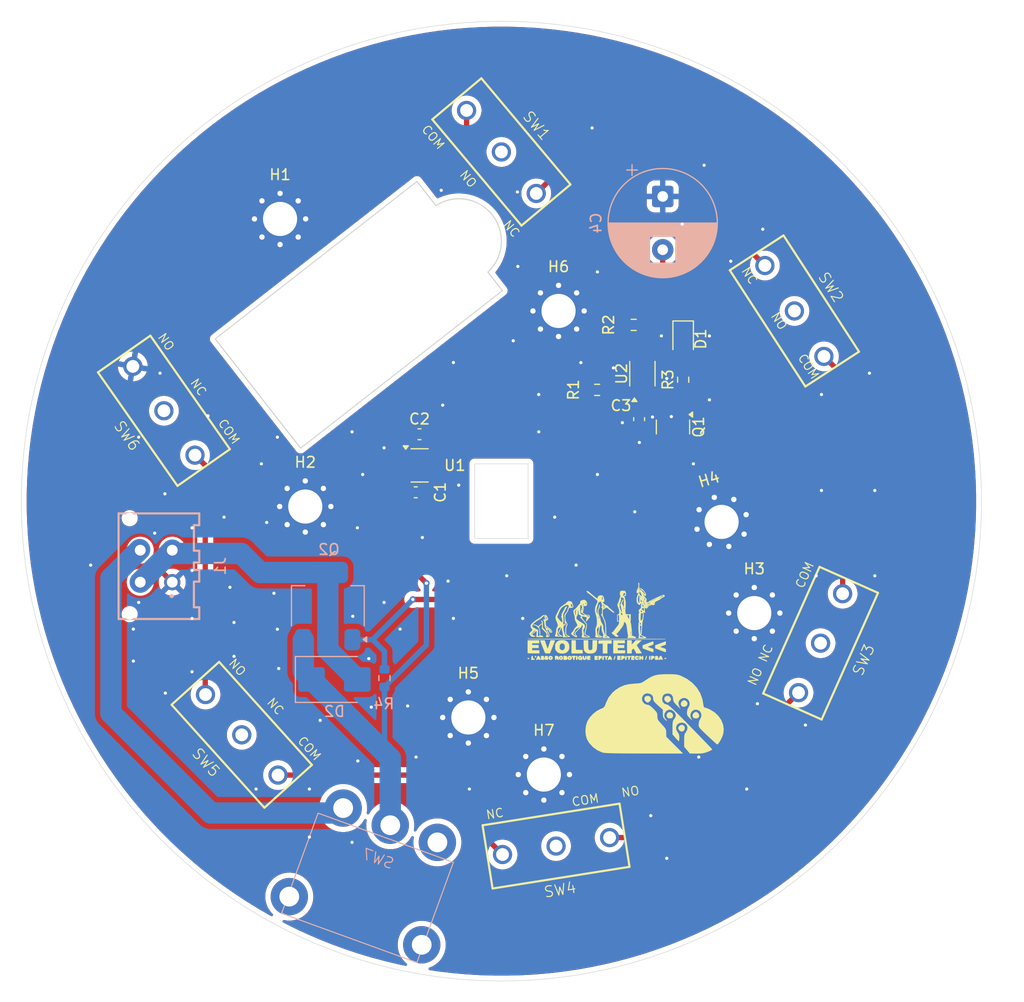
<source format=kicad_pcb>
(kicad_pcb (version 20241229) (generator "pcbnew") (generator_version "9.0")
  (layers (0 "F.Cu" signal) (2 "B.Cu" signal) (13 "F.Paste" user) (15 "B.Paste" user) (5 "F.SilkS" user "F.Silkscreen") (7 "B.SilkS" user "B.Silkscreen") (1 "F.Mask" user) (3 "B.Mask" user) (25 "Edge.Cuts" user))
  (net 0 "")
  (net 1 "Net-(D1-A)")
  (net 2 "GND")
  (net 3 "VPP")
  (net 5 "Net-(U2-~{CLR})")
  (net 6 "+3.3V")
  (net 7 "+BATT")
  (net 8 "Net-(J1-Pin_4)")
  (net 9 "Net-(Q1-G)")
  (net 10 "Net-(Q1-D)")
  (net 11 "/AU")
  (net 13 "Net-(SW1-C-Pad3)")
  (net 15 "Net-(SW2-C-Pad3)")
  (net 16 "Net-(SW3-C-Pad3)")
  (net 18 "Net-(SW4-C-Pad3)")
  (net 21 "Net-(SW5-C-Pad3)")
  (footprint "Package_SO:VSSOP-8_2.3x2mm_P0.5mm" (layer "F.Cu") (at 153.216 88.044 90)
    (property "Reference" "U2" (at 0 -1.95 90) (layer "F.SilkS"))
    (property "Value" "SN74LVC2G74")
    (pad "1" smd roundrect (at -1.4 -0.75 90) (size 1.25 0.35) (layers "F.Cu" "F.Mask" "F.Paste") (net 11 "/AU"))
    (pad "2" smd roundrect (at -1.4 -0.25 90) (size 1.25 0.35) (layers "F.Cu" "F.Mask" "F.Paste") (net 6 "+3.3V"))
    (pad "3" smd roundrect (at -1.4 0.25 90) (size 1.25 0.35) (layers "F.Cu" "F.Mask" "F.Paste") (net 9 "Net-(Q1-G)"))
    (pad "4" smd roundrect (at -1.4 0.75 90) (size 1.25 0.35) (layers "F.Cu" "F.Mask" "F.Paste") (net 2 "GND"))
    (pad "5" smd roundrect (at 1.4 0.75 90) (size 1.25 0.35) (layers "F.Cu" "F.Mask" "F.Paste"))
    (pad "6" smd roundrect (at 1.4 0.25 90) (size 1.25 0.35) (layers "F.Cu" "F.Mask" "F.Paste") (net 5 "Net-(U2-~{CLR})"))
    (pad "7" smd roundrect (at 1.4 -0.25 90) (size 1.25 0.35) (layers "F.Cu" "F.Mask" "F.Paste") (net 6 "+3.3V"))
    (pad "8" smd roundrect (at 1.4 -0.75 90) (size 1.25 0.35) (layers "F.Cu" "F.Mask" "F.Paste") (net 6 "+3.3V"))
  )
  (footprint "MountingHole:MountingHole_3.2mm_M3_Pad_Via" (layer "F.Cu") (at 119.253 73.533)
    (property "Reference" "H1" (at 0 -4.15 0) (layer "F.SilkS"))
    (property "Value" "MountingHole_Pad")
    (pad "1" thru_hole circle (at -2.4 0) (size 0.8 0.8) (drill 0.5) (layers "*.Cu" "*.Mask") (net 2 "GND"))
    (pad "1" thru_hole circle (at -1.697056 -1.697056) (size 0.8 0.8) (drill 0.5) (layers "*.Cu" "*.Mask") (net 2 "GND"))
    (pad "1" thru_hole circle (at -1.697056 1.697056) (size 0.8 0.8) (drill 0.5) (layers "*.Cu" "*.Mask") (net 2 "GND"))
    (pad "1" thru_hole circle (at 0 -2.4) (size 0.8 0.8) (drill 0.5) (layers "*.Cu" "*.Mask") (net 2 "GND"))
    (pad "1" thru_hole circle (at 0 0) (size 6.4 6.4) (drill 3.2) (layers "*.Cu" "*.Mask") (net 2 "GND"))
    (pad "1" thru_hole circle (at 0 2.4) (size 0.8 0.8) (drill 0.5) (layers "*.Cu" "*.Mask") (net 2 "GND"))
    (pad "1" thru_hole circle (at 1.697056 -1.697056) (size 0.8 0.8) (drill 0.5) (layers "*.Cu" "*.Mask") (net 2 "GND"))
    (pad "1" thru_hole circle (at 1.697056 1.697056) (size 0.8 0.8) (drill 0.5) (layers "*.Cu" "*.Mask") (net 2 "GND"))
    (pad "1" thru_hole circle (at 2.4 0) (size 0.8 0.8) (drill 0.5) (layers "*.Cu" "*.Mask") (net 2 "GND"))
  )
  (footprint "Resistor_SMD:R_0603_1608Metric" (layer "F.Cu") (at 148.974 89.565)
    (property "Reference" "R1" (at -2.222 0 90) (layer "F.SilkS"))
    (property "Value" "10k")
    (pad "1" smd roundrect (at -0.825 0) (size 0.8 0.95) (layers "F.Cu" "F.Mask" "F.Paste") (net 6 "+3.3V"))
    (pad "2" smd roundrect (at 0.825 0) (size 0.8 0.95) (layers "F.Cu" "F.Mask" "F.Paste") (net 11 "/AU"))
  )
  (footprint "Package_TO_SOT_SMD:SOT-23" (layer "F.Cu") (at 156.083 93.0425 -90)
    (property "Reference" "Q1" (at 0 -2.4 90) (layer "F.SilkS"))
    (property "Value" "Q_NMOS_GSD")
    (pad "1" smd roundrect (at -0.9375 -0.95 270) (size 1.475 0.6) (layers "F.Cu" "F.Mask" "F.Paste") (net 9 "Net-(Q1-G)"))
    (pad "2" smd roundrect (at -0.9375 0.95 270) (size 1.475 0.6) (layers "F.Cu" "F.Mask" "F.Paste") (net 2 "GND"))
    (pad "3" smd roundrect (at 0.9375 0 270) (size 1.475 0.6) (layers "F.Cu" "F.Mask" "F.Paste") (net 10 "Net-(Q1-D)"))
  )
  (footprint "ComponentsEvo:463092370402" (layer "F.Cu") (at 115.662006 121.914027 132)
    (property "Reference" "SW5" (at 0.325768 -4.809324 132) (layer "F.SilkS") (effects (font (thickness 0.1)) (justify bottom)))
    (property "Value" "463092370402")
    (fp_text user "COM" (at -5.178666 3.381292 132) (layer "F.SilkS") (effects (font (size 0.8 0.8) (thickness 0.1)) (justify bottom)))
    (fp_text user "NC" (at -0.12284 3.654466 132) (layer "F.SilkS") (effects (font (size 0.8 0.8) (thickness 0.1) (bold yes)) (justify bottom)))
    (fp_text user "NO" (at 4.985866 3.450457 132) (layer "F.SilkS") (effects (font (size 0.8 0.8) (thickness 0.1) (bold yes)) (justify bottom)))
    (pad "1" thru_hole circle (at -5.080001 0 132) (size 1.8 1.8) (drill 1.2) (layers "*.Cu" "*.Mask") (net 18 "Net-(SW4-C-Pad3)"))
    (pad "2" thru_hole circle (at 0 0 132) (size 1.8 1.8) (drill 1.2) (layers "*.Cu" "*.Mask"))
    (pad "3" thru_hole circle (at 5.080001 0 132) (size 1.8 1.8) (drill 1.2) (layers "*.Cu" "*.Mask") (net 21 "Net-(SW5-C-Pad3)"))
  )
  (footprint "Capacitor_SMD:C_0603_1608Metric" (layer "F.Cu") (at 132.321 93.726)
    (property "Reference" "C2" (at 0 -1.43 0) (layer "F.SilkS"))
    (property "Value" "1uF")
    (pad "1" smd roundrect (at -0.775 0) (size 0.9 0.95) (layers "F.Cu" "F.Mask" "F.Paste") (net 2 "GND"))
    (pad "2" smd roundrect (at 0.775 0) (size 0.9 0.95) (layers "F.Cu" "F.Mask" "F.Paste") (net 6 "+3.3V"))
  )
  (footprint "Capacitor_SMD:C_0603_1608Metric" (layer "F.Cu") (at 152.91 92.31 90)
    (property "Reference" "C3" (at 1.27 -1.7 0) (layer "F.SilkS"))
    (property "Value" "100nF")
    (pad "1" smd roundrect (at -0.775 0 90) (size 0.9 0.95) (layers "F.Cu" "F.Mask" "F.Paste") (net 2 "GND"))
    (pad "2" smd roundrect (at 0.775 0 90) (size 0.9 0.95) (layers "F.Cu" "F.Mask" "F.Paste") (net 6 "+3.3V"))
  )
  (footprint "ComponentsEvo:463092370402" (layer "F.Cu") (at 108.365929 91.523676 125)
    (property "Reference" "SW6" (at 0.070976 -4.767392 125) (layer "F.SilkS") (effects (font (thickness 0.1)) (justify bottom)))
    (property "Value" "463092370402")
    (fp_text user "COM" (at -5.087227 3.40127 125) (layer "F.SilkS") (effects (font (size 0.8 0.8) (thickness 0.1)) (justify bottom)))
    (fp_text user "NC" (at -0.039126 3.444573 125) (layer "F.SilkS") (effects (font (size 0.8 0.8) (thickness 0.1) (bold yes)) (justify bottom)))
    (fp_text user "NO" (at 5.180207 3.400242 125) (layer "F.SilkS") (effects (font (size 0.8 0.8) (thickness 0.1) (bold yes)) (justify bottom)))
    (pad "1" thru_hole circle (at -5.079999 0.000001 125) (size 1.8 1.8) (drill 1.2) (layers "*.Cu" "*.Mask") (net 21 "Net-(SW5-C-Pad3)"))
    (pad "2" thru_hole circle (at 0 0 125) (size 1.8 1.8) (drill 1.2) (layers "*.Cu" "*.Mask"))
    (pad "3" thru_hole circle (at 5.079999 -0.000001 125) (size 1.8 1.8) (drill 1.2) (layers "*.Cu" "*.Mask") (net 2 "GND"))
  )
  (footprint "Capacitor_SMD:C_0603_1608Metric" (layer "F.Cu") (at 131.97 99.17 180)
    (property "Reference" "C1" (at -2.299 0 90) (layer "F.SilkS"))
    (property "Value" "1uF")
    (pad "1" smd roundrect (at -0.775 0 180) (size 0.9 0.95) (layers "F.Cu" "F.Mask" "F.Paste") (net 2 "GND"))
    (pad "2" smd roundrect (at 0.775 0 180) (size 0.9 0.95) (layers "F.Cu" "F.Mask" "F.Paste") (net 7 "+BATT"))
  )
  (footprint "MountingHole:MountingHole_3.2mm_M3_Pad_Via" (layer "F.Cu") (at 160.639993 101.946363 16.5)
    (property "Reference" "H4" (at 0.000001 -4.15 16.5) (layer "F.SilkS"))
    (property "Value" "MountingHole_Pad")
    (pad "1" thru_hole circle (at -2.4 0 16.5) (size 0.8 0.8) (drill 0.5) (layers "*.Cu" "*.Mask") (net 2 "GND"))
    (pad "1" thru_hole circle (at -1.697056 -1.697055 16.5) (size 0.8 0.8) (drill 0.5) (layers "*.Cu" "*.Mask") (net 2 "GND"))
    (pad "1" thru_hole circle (at -1.697055 1.697056 16.5) (size 0.8 0.8) (drill 0.5) (layers "*.Cu" "*.Mask") (net 2 "GND"))
    (pad "1" thru_hole circle (at 0 -2.4 16.5) (size 0.8 0.8) (drill 0.5) (layers "*.Cu" "*.Mask") (net 2 "GND"))
    (pad "1" thru_hole circle (at 0 0 16.5) (size 6.4 6.4) (drill 3.2) (layers "*.Cu" "*.Mask") (net 2 "GND"))
    (pad "1" thru_hole circle (at 0 2.4 16.5) (size 0.8 0.8) (drill 0.5) (layers "*.Cu" "*.Mask") (net 2 "GND"))
    (pad "1" thru_hole circle (at 1.697055 -1.697056 16.5) (size 0.8 0.8) (drill 0.5) (layers "*.Cu" "*.Mask") (net 2 "GND"))
    (pad "1" thru_hole circle (at 1.697056 1.697055 16.5) (size 0.8 0.8) (drill 0.5) (layers "*.Cu" "*.Mask") (net 2 "GND"))
    (pad "1" thru_hole circle (at 2.4 0 16.5) (size 0.8 0.8) (drill 0.5) (layers "*.Cu" "*.Mask") (net 2 "GND"))
  )
  (footprint "MountingHole:MountingHole_3.2mm_M3_Pad_Via" (layer "F.Cu") (at 143.98 125.64)
    (property "Reference" "H7" (at 0 -4.15 0) (layer "F.SilkS"))
    (property "Value" "MountingHole_Pad")
    (pad "1" thru_hole circle (at -2.4 0) (size 0.8 0.8) (drill 0.5) (layers "*.Cu" "*.Mask") (net 2 "GND"))
    (pad "1" thru_hole circle (at -1.697056 -1.697056) (size 0.8 0.8) (drill 0.5) (layers "*.Cu" "*.Mask") (net 2 "GND"))
    (pad "1" thru_hole circle (at -1.697056 1.697056) (size 0.8 0.8) (drill 0.5) (layers "*.Cu" "*.Mask") (net 2 "GND"))
    (pad "1" thru_hole circle (at 0 -2.4) (size 0.8 0.8) (drill 0.5) (layers "*.Cu" "*.Mask") (net 2 "GND"))
    (pad "1" thru_hole circle (at 0 0) (size 6.4 6.4) (drill 3.2) (layers "*.Cu" "*.Mask") (net 2 "GND"))
    (pad "1" thru_hole circle (at 0 2.4) (size 0.8 0.8) (drill 0.5) (layers "*.Cu" "*.Mask") (net 2 "GND"))
    (pad "1" thru_hole circle (at 1.697056 -1.697056) (size 0.8 0.8) (drill 0.5) (layers "*.Cu" "*.Mask") (net 2 "GND"))
    (pad "1" thru_hole circle (at 1.697056 1.697056) (size 0.8 0.8) (drill 0.5) (layers "*.Cu" "*.Mask") (net 2 "GND"))
    (pad "1" thru_hole circle (at 2.4 0) (size 0.8 0.8) (drill 0.5) (layers "*.Cu" "*.Mask") (net 2 "GND"))
  )
  (footprint "MountingHole:MountingHole_3.2mm_M3_Pad_Via" (layer "F.Cu") (at 145.356119 82.162455)
    (property "Reference" "H6" (at 0 -4.15 0) (layer "F.SilkS"))
    (property "Value" "MountingHole_Pad")
    (pad "1" thru_hole circle (at -2.4 0) (size 0.8 0.8) (drill 0.5) (layers "*.Cu" "*.Mask") (net 2 "GND"))
    (pad "1" thru_hole circle (at -1.697056 -1.697056) (size 0.8 0.8) (drill 0.5) (layers "*.Cu" "*.Mask") (net 2 "GND"))
    (pad "1" thru_hole circle (at -1.697056 1.697056) (size 0.8 0.8) (drill 0.5) (layers "*.Cu" "*.Mask") (net 2 "GND"))
    (pad "1" thru_hole circle (at 0 -2.4) (size 0.8 0.8) (drill 0.5) (layers "*.Cu" "*.Mask") (net 2 "GND"))
    (pad "1" thru_hole circle (at 0 0) (size 6.4 6.4) (drill 3.2) (layers "*.Cu" "*.Mask") (net 2 "GND"))
    (pad "1" thru_hole circle (at 0 2.4) (size 0.8 0.8) (drill 0.5) (layers "*.Cu" "*.Mask") (net 2 "GND"))
    (pad "1" thru_hole circle (at 1.697056 -1.697056) (size 0.8 0.8) (drill 0.5) (layers "*.Cu" "*.Mask") (net 2 "GND"))
    (pad "1" thru_hole circle (at 1.697056 1.697056) (size 0.8 0.8) (drill 0.5) (layers "*.Cu" "*.Mask") (net 2 "GND"))
    (pad "1" thru_hole circle (at 2.4 0) (size 0.8 0.8) (drill 0.5) (layers "*.Cu" "*.Mask") (net 2 "GND"))
  )
  (footprint "ComponentsEvo:463092370402" (layer "F.Cu") (at 145.123228 132.346793 -171)
    (property "Reference" "SW4" (at 0.269089 -4.698964 189) (layer "F.SilkS") (effects (font (thickness 0.1)) (justify bottom)))
    (property "Value" "463092370402")
    (fp_text user "NO" (at -7.675492 3.478913 189) (layer "F.SilkS") (effects (font (size 0.8 0.8) (thickness 0.1)) (justify bottom)))
    (fp_text user "COM" (at -3.383864 3.358792 189) (layer "F.SilkS") (effects (font (size 0.8 0.8) (thickness 0.1) (bold yes)) (justify bottom)))
    (fp_text user "NC" (at 5.191969 3.421116 189) (layer "F.SilkS") (effects (font (size 0.8 0.8) (thickness 0.1) (bold yes)) (justify bottom)))
    (pad "1" thru_hole circle (at -5.08 0 189) (size 1.8 1.8) (drill 1.2) (layers "*.Cu" "*.Mask") (net 16 "Net-(SW3-C-Pad3)"))
    (pad "2" thru_hole circle (at 0 0 189) (size 1.8 1.8) (drill 1.2) (layers "*.Cu" "*.Mask"))
    (pad "3" thru_hole circle (at 5.08 0 189) (size 1.8 1.8) (drill 1.2) (layers "*.Cu" "*.Mask") (net 18 "Net-(SW4-C-Pad3)"))
  )
  (footprint "Package_TO_SOT_SMD:SOT-23-5" (layer "F.Cu") (at 132.334 96.647)
    (property "Reference" "U1" (at 3.302 0 0) (layer "F.SilkS"))
    (property "Value" "NCP718xSN330")
    (pad "1" smd roundrect (at -1.1375 -0.95) (size 1.325 0.6) (layers "F.Cu" "F.Mask" "F.Paste") (net 7 "+BATT"))
    (pad "2" smd roundrect (at -1.1375 0) (size 1.325 0.6) (layers "F.Cu" "F.Mask" "F.Paste") (net 2 "GND"))
    (pad "3" smd roundrect (at -1.1375 0.95) (size 1.325 0.6) (layers "F.Cu" "F.Mask" "F.Paste") (net 7 "+BATT"))
    (pad "4" smd roundrect (at 1.1375 0.95) (size 1.325 0.6) (layers "F.Cu" "F.Mask" "F.Paste"))
    (pad "5" smd roundrect (at 1.1375 -0.95) (size 1.325 0.6) (layers "F.Cu" "F.Mask" "F.Paste") (net 6 "+3.3V"))
  )
  (footprint "MountingHole:MountingHole_3.2mm_M3_Pad_Via" (layer "F.Cu") (at 163.702944 110.497056)
    (property "Reference" "H3" (at 0 -4.15 0) (layer "F.SilkS"))
    (property "Value" "MountingHole_Pad")
    (pad "1" thru_hole circle (at -2.4 0) (size 0.8 0.8) (drill 0.5) (layers "*.Cu" "*.Mask") (net 2 "GND"))
    (pad "1" thru_hole circle (at -1.697056 -1.697056) (size 0.8 0.8) (drill 0.5) (layers "*.Cu" "*.Mask") (net 2 "GND"))
    (pad "1" thru_hole circle (at -1.697056 1.697056) (size 0.8 0.8) (drill 0.5) (layers "*.Cu" "*.Mask") (net 2 "GND"))
    (pad "1" thru_hole circle (at 0 -2.4) (size 0.8 0.8) (drill 0.5) (layers "*.Cu" "*.Mask") (net 2 "GND"))
    (pad "1" thru_hole circle (at 0 0) (size 6.4 6.4) (drill 3.2) (layers "*.Cu" "*.Mask") (net 2 "GND"))
    (pad "1" thru_hole circle (at 0 2.4) (size 0.8 0.8) (drill 0.5) (layers "*.Cu" "*.Mask") (net 2 "GND"))
    (pad "1" thru_hole circle (at 1.697056 -1.697056) (size 0.8 0.8) (drill 0.5) (layers "*.Cu" "*.Mask") (net 2 "GND"))
    (pad "1" thru_hole circle (at 1.697056 1.697056) (size 0.8 0.8) (drill 0.5) (layers "*.Cu" "*.Mask") (net 2 "GND"))
    (pad "1" thru_hole circle (at 2.4 0) (size 0.8 0.8) (drill 0.5) (layers "*.Cu" "*.Mask") (net 2 "GND"))
  )
  (footprint "ComponentsEvo:463092370402" (layer "F.Cu") (at 140 67.25 -50)
    (property "Reference" "SW1" (at 0.220799 -4.696951 130) (layer "F.SilkS") (effects (font (thickness 0.1)) (justify top)))
    (property "Value" "463092370402" (hide yes))
    (fp_text user "NC" (at 6.114903 3.447037 130) (layer "F.SilkS") (effects (font (size 0.8 0.8) (thickness 0.1) (bold yes)) (justify top)))
    (fp_text user "NO" (at -0.065815 3.547699 130) (layer "F.SilkS") (effects (font (size 0.8 0.8) (thickness 0.1) (bold yes)) (justify top)))
    (fp_text user "COM" (at -5.18348 3.548258 130) (layer "F.SilkS") (effects (font (size 0.8 0.8) (thickness 0.1)) (justify top)))
    (pad "1" thru_hole circle (at -5.08 0 310) (size 1.8 1.8) (drill 1.2) (layers "*.Cu" "*.Mask") (net 11 "/AU"))
    (pad "2" thru_hole circle (at 0 0 310) (size 1.8 1.8) (drill 1.2) (layers "*.Cu" "*.Mask"))
    (pad "3" thru_hole circle (at 5.08 0 310) (size 1.8 1.8) (drill 1.2) (layers "*.Cu" "*.Mask") (net 13 "Net-(SW1-C-Pad3)"))
  )
  (footprint "MarkingEvo:logo-evo-min" (layer "F.Cu") (at 149.036327 111.140768)
    (property "Reference" "LB1" (hide yes))
    (property "Value" "LOGO" (hide yes))
  )
  (footprint "LED_SMD:LED_0805_2012Metric" (layer "F.Cu") (at 157.038 84.7875 -90)
    (property "Reference" "D1" (at 0 -1.65 90) (layer "F.SilkS"))
    (property "Value" "LED")
    (pad "1" smd roundrect (at -0.9375 0 270) (size 0.975 1.4) (layers "F.Cu" "F.Mask" "F.Paste") (net 2 "GND"))
    (pad "2" smd roundrect (at 0.9375 0 270) (size 0.975 1.4) (layers "F.Cu" "F.Mask" "F.Paste") (net 1 "Net-(D1-A)"))
  )
  (footprint "ComponentsEvo:463092370402" (layer "F.Cu") (at 169.918613 113.320625 -114)
    (property "Reference" "SW3" (at -0.206404 -4.912109 246) (layer "F.SilkS") (effects (font (thickness 0.1)) (justify bottom)))
    (property "Value" "463092370402")
    (fp_text user "COM" (at -5.233976 3.489112 246) (layer "F.SilkS") (effects (font (size 0.8 0.8) (thickness 0.1)) (justify bottom)))
    (fp_text user "NC" (at 2.956036 3.838106 246) (layer "F.SilkS") (effects (font (size 0.8 0.8) (thickness 0.1) (bold yes)) (justify bottom)))
    (fp_text user "NO" (at 5.350235 3.855831 246) (layer "F.SilkS") (effects (font (size 0.8 0.8) (thickness 0.1) (bold yes)) (justify bottom)))
    (pad "1" thru_hole circle (at -5.08 0 246) (size 1.8 1.8) (drill 1.2) (layers "*.Cu" "*.Mask") (net 15 "Net-(SW2-C-Pad3)"))
    (pad "2" thru_hole circle (at 0 0 246) (size 1.8 1.8) (drill 1.2) (layers "*.Cu" "*.Mask"))
    (pad "3" thru_hole circle (at 5.08 0 246) (size 1.8 1.8) (drill 1.2) (layers "*.Cu" "*.Mask") (net 16 "Net-(SW3-C-Pad3)"))
  )
  (footprint "ComponentsEvo:463092370402" (layer "F.Cu") (at 167.466461 82.163071 -57)
    (property "Reference" "SW2" (at -0.000001 -3.499999 303) (layer "F.SilkS") (effects (font (thickness 0.1)) (justify bottom)))
    (property "Value" "463092370402")
    (fp_text user "NC" (at -5.080001 2.2 303) (layer "F.SilkS") (effects (font (size 0.8 0.8) (thickness 0.1)) (justify bottom)))
    (fp_text user "NO" (at -0.000001 2.2 303) (layer "F.SilkS") (effects (font (size 0.8 0.8) (thickness 0.1) (bold yes)) (justify bottom)))
    (fp_text user "COM" (at 5.08 2.2 303) (layer "F.SilkS") (effects (font (size 0.8 0.8) (thickness 0.1) (bold yes)) (justify bottom)))
    (pad "1" thru_hole circle (at -5.079999 0 303) (size 1.8 1.8) (drill 1.2) (layers "*.Cu" "*.Mask") (net 13 "Net-(SW1-C-Pad3)"))
    (pad "2" thru_hole circle (at 0 0 303) (size 1.8 1.8) (drill 1.2) (layers "*.Cu" "*.Mask"))
    (pad "3" thru_hole circle (at 5.079999 0 303) (size 1.8 1.8) (drill 1.2) (layers "*.Cu" "*.Mask") (net 15 "Net-(SW2-C-Pad3)"))
  )
  (footprint "Resistor_SMD:R_0603_1608Metric" (layer "F.Cu") (at 157.038 88.612 90)
    (property "Reference" "R3" (at 0 -1.43 90) (layer "F.SilkS"))
    (property "Value" "30")
    (pad "1" smd roundrect (at -0.825 0 90) (size 0.8 0.95) (layers "F.Cu" "F.Mask" "F.Paste") (net 9 "Net-(Q1-G)"))
    (pad "2" smd roundrect (at 0.825 0 90) (size 0.8 0.95) (layers "F.Cu" "F.Mask" "F.Paste") (net 1 "Net-(D1-A)"))
  )
  (footprint "Resistor_SMD:R_0603_1608Metric" (layer "F.Cu") (at 152.403 83.469)
    (property "Reference" "R2" (at -2.35 0 90) (layer "F.SilkS"))
    (property "Value" "10k")
    (pad "1" smd roundrect (at -0.825 0) (size 0.8 0.95) (layers "F.Cu" "F.Mask" "F.Paste") (net 6 "+3.3V"))
    (pad "2" smd roundrect (at 0.825 0) (size 0.8 0.95) (layers "F.Cu" "F.Mask" "F.Paste") (net 5 "Net-(U2-~{CLR})"))
  )
  (footprint "MarkingEvo:Logo Aisler Min" (layer "F.Cu") (at 154.359734 119.93304)
    (property "Reference" "LB2" (hide yes))
    (property "Value" "LOGO" (hide yes))
  )
  (footprint "MountingHole:MountingHole_3.2mm_M3_Pad_Via" (layer "F.Cu") (at 136.899303 120.287018)
    (property "Reference" "H5" (at 0 -4.15 0) (layer "F.SilkS"))
    (property "Value" "MountingHole_Pad")
    (pad "1" thru_hole circle (at -2.4 0) (size 0.8 0.8) (drill 0.5) (layers "*.Cu" "*.Mask") (net 2 "GND"))
    (pad "1" thru_hole circle (at -1.697056 -1.697056) (size 0.8 0.8) (drill 0.5) (layers "*.Cu" "*.Mask") (net 2 "GND"))
    (pad "1" thru_hole circle (at -1.697056 1.697056) (size 0.8 0.8) (drill 0.5) (layers "*.Cu" "*.Mask") (net 2 "GND"))
    (pad "1" thru_hole circle (at 0 -2.4) (size 0.8 0.8) (drill 0.5) (layers "*.Cu" "*.Mask") (net 2 "GND"))
    (pad "1" thru_hole circle (at 0 0) (size 6.4 6.4) (drill 3.2) (layers "*.Cu" "*.Mask") (net 2 "GND"))
    (pad "1" thru_hole circle (at 0 2.4) (size 0.8 0.8) (drill 0.5) (layers "*.Cu" "*.Mask") (net 2 "GND"))
    (pad "1" thru_hole circle (at 1.697056 -1.697056) (size 0.8 0.8) (drill 0.5) (layers "*.Cu" "*.Mask") (net 2 "GND"))
    (pad "1" thru_hole circle (at 1.697056 1.697056) (size 0.8 0.8) (drill 0.5) (layers "*.Cu" "*.Mask") (net 2 "GND"))
    (pad "1" thru_hole circle (at 2.4 0) (size 0.8 0.8) (drill 0.5) (layers "*.Cu" "*.Mask") (net 2 "GND"))
  )
  (footprint "MountingHole:MountingHole_3.2mm_M3_Pad_Via" (layer "F.Cu") (at 121.615427 100.503102)
    (property "Reference" "H2" (at 0 -4.15 0) (layer "F.SilkS"))
    (property "Value" "MountingHole_Pad")
    (pad "1" thru_hole circle (at -2.4 0) (size 0.8 0.8) (drill 0.5) (layers "*.Cu" "*.Mask") (net 2 "GND"))
    (pad "1" thru_hole circle (at -1.697056 -1.697056) (size 0.8 0.8) (drill 0.5) (layers "*.Cu" "*.Mask") (net 2 "GND"))
    (pad "1" thru_hole circle (at -1.697056 1.697056) (size 0.8 0.8) (drill 0.5) (layers "*.Cu" "*.Mask") (net 2 "GND"))
    (pad "1" thru_hole circle (at 0 -2.4) (size 0.8 0.8) (drill 0.5) (layers "*.Cu" "*.Mask") (net 2 "GND"))
    (pad "1" thru_hole circle (at 0 0) (size 6.4 6.4) (drill 3.2) (layers "*.Cu" "*.Mask") (net 2 "GND"))
    (pad "1" thru_hole circle (at 0 2.4) (size 0.8 0.8) (drill 0.5) (layers "*.Cu" "*.Mask") (net 2 "GND"))
    (pad "1" thru_hole circle (at 1.697056 -1.697056) (size 0.8 0.8) (drill 0.5) (layers "*.Cu" "*.Mask") (net 2 "GND"))
    (pad "1" thru_hole circle (at 1.697056 1.697056) (size 0.8 0.8) (drill 0.5) (layers "*.Cu" "*.Mask") (net 2 "GND"))
    (pad "1" thru_hole circle (at 2.4 0) (size 0.8 0.8) (drill 0.5) (layers "*.Cu" "*.Mask") (net 2 "GND"))
  )
  (footprint "Resistor_SMD:R_0603_1608Metric" (layer "B.Cu") (at 129.04 116.595 90)
    (property "Reference" "R4" (at -2.413 -0.063 0) (layer "B.SilkS") (effects (justify mirror)))
    (property "Value" "10k")
    (pad "1" smd roundrect (at -0.825 0 90) (size 0.8 0.95) (layers "B.Cu" "B.Mask" "B.Paste") (net 7 "+BATT"))
    (pad "2" smd roundrect (at 0.825 0 90) (size 0.8 0.95) (layers "B.Cu" "B.Mask" "B.Paste") (net 10 "Net-(Q1-D)"))
  )
  (footprint "Capacitor_THT:CP_Radial_D10.0mm_P5.00mm" (layer "B.Cu") (at 155.12 71.422323 -90)
    (property "Reference" "C4" (at 2.5 6.25 90) (layer "B.SilkS") (effects (justify mirror)))
    (property "Value" "C")
    (pad "1" thru_hole roundrect (at 0 0 270) (size 2 2) (drill 1) (layers "*.Cu" "*.Mask") (roundrect_rratio 0.125) (net 2 "GND"))
    (pad "2" thru_hole circle (at 5 0 270) (size 2 2) (drill 1) (layers "*.Cu" "*.Mask") (net 5 "Net-(U2-~{CLR})"))
  )
  (footprint "Diode_SMD:D_SMB" (layer "B.Cu") (at 124.35 116.722)
    (property "Reference" "D2" (at 0 3 0) (layer "B.SilkS") (effects (justify mirror)))
    (property "Value" "D")
    (pad "1" smd roundrect (at -2.15 0) (size 2.5 2.3) (layers "B.Cu" "B.Mask" "B.Paste") (roundrect_rratio 0.1086956522) (net 7 "+BATT"))
    (pad "2" smd roundrect (at 2.15 0) (size 2.5 2.3) (layers "B.Cu" "B.Mask" "B.Paste") (roundrect_rratio 0.1086956522) (net 3 "VPP"))
  )
  (footprint "ConnectorsEvo:66200421122" (layer "B.Cu") (at 107.646 106.099999 -90)
    (property "Reference" "J1" (at 0 -6 90) (layer "B.SilkS") (effects (justify mirror)))
    (property "Value" "AU")
    (pad "" np_thru_hole circle (at -4.5 2.49 270) (size 1.02 1.02) (drill 1.02) (layers "*.Cu" "*.Mask"))
    (pad "" np_thru_hole circle (at 4.5 2.49 270) (size 1.02 1.02) (drill 1.02) (layers "*.Cu" "*.Mask"))
    (pad "1" thru_hole circle (at 1.5 -1.5 270) (size 1.53 1.53) (drill 1.02) (layers "*.Cu" "*.Mask") (net 2 "GND"))
    (pad "2" thru_hole circle (at -1.5 -1.5 270) (size 1.53 1.53) (drill 1.02) (layers "*.Cu" "*.Mask") (net 3 "VPP"))
    (pad "3" thru_hole circle (at 1.5 1.5 270) (size 1.53 1.53) (drill 1.02) (layers "*.Cu" "*.Mask") (net 3 "VPP"))
    (pad "4" thru_hole circle (at -1.5 1.5 270) (size 1.53 1.53) (drill 1.02) (layers "*.Cu" "*.Mask") (net 8 "Net-(J1-Pin_4)"))
  )
  (footprint "Package_TO_SOT_SMD:SOT-223-3_TabPin2" (layer "B.Cu") (at 123.731 109.839 90)
    (property "Reference" "Q2" (at 5.309 0.102 180) (layer "B.SilkS") (effects (justify mirror)))
    (property "Value" "Q_PMOS_GDS")
    (pad "1" smd roundrect (at -3.15 2.3 90) (size 2 1.5) (layers "B.Cu" "B.Mask" "B.Paste") (net 10 "Net-(Q1-D)"))
    (pad "2" smd roundrect (at -3.15 0 90) (size 2 1.5) (layers "B.Cu" "B.Mask" "B.Paste") (net 3 "VPP"))
    (pad "2" smd roundrect (at 3.15 0 90) (size 2 3.8) (layers "B.Cu" "B.Mask" "B.Paste") (net 3 "VPP"))
    (pad "3" smd roundrect (at -3.15 -2.3 90) (size 2 1.5) (layers "B.Cu" "B.Mask" "B.Paste") (net 7 "+BATT"))
  )
  (footprint "ComponentsEvo:Power Switch RS SPDT Angled" (layer "B.Cu") (at 129.583445 130.392505 160)
    (property "Reference" "SW7" (at 0 -3.35 340) (layer "B.SilkS") (effects (font (thickness 0.1)) (justify mirror)))
    (property "Value" "SW_ALIM")
    (pad "1" thru_hole circle (at 4.7 0 160) (size 3.5 3.5) (drill 1.85) (layers "*.Cu" "*.Mask") (net 8 "Net-(J1-Pin_4)"))
    (pad "2" thru_hole circle (at 0 0 160) (size 3.5 3.5) (drill 1.85) (layers "*.Cu" "*.Mask") (net 7 "+BATT"))
    (pad "3" thru_hole circle (at -4.7 0 160) (size 3.5 3.5) (drill 1.85) (layers "*.Cu" "*.Mask"))
    (pad "4" thru_hole circle (at -6.605 -9.53 160) (size 3.5 3.5) (drill 1.85) (layers "*.Cu" "*.Mask"))
    (pad "4" thru_hole circle (at 6.605 -9.53 160) (size 3.5 3.5) (drill 1.85) (layers "*.Cu" "*.Mask"))
  )
  (gr_line (start 140.089668 80.256323) (end 121.17741 95.032198) (stroke (width 0.1)) (layer "Edge.Cuts"))
  (gr_line (start 113.173811 84.788058) (end 132.086069 70.012183) (stroke (width 0.1)) (layer "Edge.Cuts"))
  (gr_circle (center 140 100) (end 185 100) (stroke (width 0.05)) (fill no) (layer "Edge.Cuts"))
  (gr_line (start 121.17741 95.032198) (end 113.173811 84.788058) (stroke (width 0.1)) (layer "Edge.Cuts"))
  (gr_line (start 132.086069 70.012183) (end 133.860121 72.277784) (stroke (width 0.1)) (layer "Edge.Cuts"))
  (gr_rect (start 137.5 96.5) (end 142.5 103.5) (stroke (width 0.05)) (fill no) (layer "Edge.Cuts"))
  (gr_line (start 138.73343 78.520418) (end 140.089668 80.256323) (stroke (width 0.1)) (layer "Edge.Cuts"))
  (gr_arc (start 133.860119 72.277784) (mid 139.154622 73.169944) (end 138.73343 78.522543) (stroke (width 0.1)) (layer "Edge.Cuts"))
  (segment (start 157.038 87.787) (end 157.038 85.725) (width 0.5) (layer "F.Cu") (net 1))
  (segment (start 130.534001 96.647) (end 129 95.112999) (width 0.5) (layer "F.Cu") (net 2))
  (segment (start 153.966 89.444) (end 154.556 89.444) (width 0.25) (layer "F.Cu") (net 2))
  (segment (start 131.1965 96.647) (end 130.534001 96.647) (width 0.5) (layer "F.Cu") (net 2))
  (segment (start 129 95.112999) (end 129 95) (width 0.5) (layer "F.Cu") (net 2))
  (segment (start 154.556 89.444) (end 155.5 88.5) (width 0.25) (layer "F.Cu") (net 2))
  (via (at 135 107.5) (size 0.6) (drill 0.3) (layers "F.Cu" "B.Cu") (net 2))
  (via (at 117 127) (size 0.6) (drill 0.3) (layers "F.Cu" "B.Cu") (net 2))
  (via (at 140.5 107) (size 0.6) (drill 0.3) (layers "F.Cu" "B.Cu") (net 2))
  (via (at 154 129.5) (size 0.6) (drill 0.3) (layers "F.Cu" "B.Cu") (net 2))
  (via (at 148.5 65) (size 0.6) (drill 0.3) (layers "F.Cu" "B.Cu") (net 2))
  (via (at 149 97.5) (size 0.6) (drill 0.3) (layers "F.Cu" "B.Cu") (net 2))
  (via (at 127.8 119.32) (size 0.6) (drill 0.3) (layers "F.Cu" "B.Cu") (net 2))
  (via (at 126 132) (size 0.6) (drill 0.3) (layers "F.Cu" "B.Cu") (net 2))
  (via (at 106 94) (size 0.6) (drill 0.3) (layers "F.Cu" "B.Cu") (net 2))
  (via (at 126.5 102.5) (size 0.6) (drill 0.3) (layers "F.Cu" "B.Cu") (net 2))
  (via (at 117.5 96.5) (size 0.6) (drill 0.3) (layers "F.Cu" "B.Cu") (net 2))
  (via (at 129 95) (size 0.6) (drill 0.3) (layers "F.Cu" "B.Cu") (net 2))
  (via (at 101.5 106) (size 0.6) (drill 0.3) (layers "F.Cu" "B.Cu") (net 2))
  (via (at 142 111) (size 0.6) (drill 0.3) (layers "F.Cu" "B.Cu") (net 2))
  (via (at 108.458 99.314) (size 0.6) (drill 0.3) (layers "F.Cu" "B.Cu") (net 2))
  (via (at 170 90) (size 0.6) (drill 0.3) (layers "F.Cu" "B.Cu") (net 2))
  (via (at 170 99) (size 0.6) (drill 0.3) (layers "F.Cu" "B.Cu") (net 2))
  (via (at 118.999 112.014) (size 0.6) (drill 0.3) (layers "F.Cu" "B.Cu") (net 2))
  (via (at 143.5 90) (size 0.6) (drill 0.3) (layers "F.Cu" "B.Cu") (net 2))
  (via (at 152.93 94.5) (size 0.6) (drill 0.3) (layers "F.Cu" "B.Cu") (net 2))
  (via (at 136 98.5) (size 0.6) (drill 0.3) (layers "F.Cu" "B.Cu") (net 2))
  (via (at 135.5 111) (size 0.6) (drill 0.3) (layers "F.Cu" "B.Cu") (net 2))
  (via (at 122 131.5) (size 0.6) (drill 0.3) (layers "F.Cu" "B.Cu") (net 2))
  (via (at 141.54 77.99) (size 0.6) (drill 0.3) (layers "F.Cu" "B.Cu") (net 2))
  (via (at 111 102.5) (size 0.6) (drill 0.3) (layers "F.Cu" "B.Cu") (net 2))
  (via (at 132 124) (size 0.6) (drill 0.3) (layers "F.Cu" "B.Cu") (net 2))
  (via (at 174.5 88) (size 0.6) (drill 0.3) (layers "F.Cu" "B.Cu") (net 2))
  (via (at 163 127) (size 0.6) (drill 0.3) (layers "F.Cu" "B.Cu") (net 2))
  (via (at 137 127) (size 0.6) (drill 0.3) (layers "F.Cu" "B.Cu") (net 2))
  (via (at 114.935 114.554) (size 0.6) (drill 0.3) (layers "F.Cu" "B.Cu") (net 2))
  (via (at 155.5 88.5) (size 0.6) (drill 0.3) (layers "F.Cu" "B.Cu") (net 2))
  (via (at 159 68.5) (size 0.6) (drill 0.3) (layers "F.Cu" "B.Cu") (net 2))
  (via (at 111 116) (size 0.6) (drill 0.3) (layers "F.Cu" "B.Cu") (net 2))
  (via (at 108 88) (size 0.6) (drill 0.3) (layers "F.Cu" "B.Cu") (net 2))
  (via (at 119 94) (size 0.6) (drill 0.3) (layers "F.Cu" "B.Cu") (net 2))
  (via (at 147.45 87.01) (size 0.6) (drill 0.3) (layers "F.Cu" "B.Cu") (net 2))
  (via (at 130.5 112) (size 0.6) (drill 0.3) (layers "F.Cu" "B.Cu") (net 2))
  (via (at 135.5 87) (size 0.6) (drill 0.3) (layers "F.Cu" "B.Cu") (net 2))
  (via (at 141.11 84.96) (size 0.6) (drill 0.3) (layers "F.Cu" "B.Cu") (net 2))
  (via (at 107.5 103) (size 0.6) (drill 0.3) (layers "F.Cu" "B.Cu") (net 2))
  (via (at 105.5 112) (size 0.6) (drill 0.3) (layers "F.Cu" "B.Cu") (net 2))
  (via (at 127 97.5) (size 0.6) (drill 0.3) (layers "F.Cu" "B.Cu") (net 2))
  (via (at 131.21 119.21) (size 0.6) (drill 0.3) (layers "F.Cu" "B.Cu") (net 2))
  (via (at 127.57 114.77) (size 0.6) (drill 0.3) (layers "F.Cu" "B.Cu") (net 2))
  (via (at 126.07 110.8) (size 0.6) (drill 0.3) (layers "F.Cu" "B.Cu") (net 2))
  (via (at 168.5 121) (size 0.6) (drill 0.3) (layers "F.Cu" "B.Cu") (net 2))
  (via (at 122 127) (size 0.6) (drill 0.3) (layers "F.Cu" "B.Cu") (net 2))
  (via (at 164.5 74.5) (size 0.6) (drill 0.3) (layers "F.Cu" "B.Cu") (net 2))
  (via (at 152.5 101) (size 0.6) (drill 0.3) (layers "F.Cu" "B.Cu") (net 2))
  (via (at 134.36 70.85) (size 0.6) (drill 0.3) (layers "F.Cu" "B.Cu") (net 2))
  (via (at 106 109.5) (size 0.6) (drill 0.3) (layers "F.Cu" "B.Cu") (net 2))
  (via (at 175 99) (size 0.6) (drill 0.3) (layers "F.Cu" "B.Cu") (net 2))
  (via (at 141.5 71) (size 0.6) (drill 0.3) (layers "F.Cu" "B.Cu") (net 2))
  (via (at 175 107) (size 0.6) (drill 0.3) (layers "F.Cu" "B.Cu") (net 2))
  (via (at 151.34 92.64) (size 0.6) (drill 0.3) (layers "F.Cu" "B.Cu") (net 2))
  (via (at 147 106) (size 0.6) (drill 0.3) (layers "F.Cu" "B.Cu") (net 2))
  (via (at 161.5 77.5) (size 0.6) (drill 0.3) (layers "F.Cu" "B.Cu") (net 2))
  (via (at 114 101.5) (size 0.6) (drill 0.3) (layers "F.Cu" "B.Cu") (net 2))
  (via (at 158 96.5) (size 0.6) (drill 0.3) (layers "F.Cu" "B.Cu") (net 2))
  (via (at 111 106.5) (size 0.6) (drill 0.3) (layers "F.Cu" "B.Cu") (net 2))
  (via (at 112.5 92) (size 0.6) (drill 0.3) (layers "F.Cu" "B.Cu") (net 2))
  (via (at 145 101.5) (size 0.6) (drill 0.3) (layers "F.Cu" "B.Cu") (net 2))
  (via (at 158.5 124) (size 0.6) (drill 0.3) (layers "F.Cu" "B.Cu") (net 2))
  (via (at 123.01 120.56) (size 0.6) (drill 0.3) (layers "F.Cu" "B.Cu") (net 2))
  (via (at 114.554 108.077) (size 0.6) (drill 0.3) (layers "F.Cu" "B.Cu") (net 2))
  (via (at 155.5 133.5) (size 0.6) (drill 0.3) (layers "F.Cu" "B.Cu") (net 2))
  (via (at 126.54 124.37) (size 0.6) (drill 0.3) (layers "F.Cu" "B.Cu") (net 2))
  (via (at 149 78.5) (size 0.6) (drill 0.3) (layers "F.Cu" "B.Cu") (net 2))
  (via (at 118 102) (size 0.6) (drill 0.3) (layers "F.Cu" "B.Cu") (net 2))
  (via (at 156.95 74.02) (size 0.6) (drill 0.3) (layers "F.Cu" "B.Cu") (net 2))
  (via (at 155 84.5) (size 0.6) (drill 0.3) (layers "F.Cu" "B.Cu") (net 2))
  (via (at 126 93.5) (size 0.6) (drill 0.3) (layers "F.Cu" "B.Cu") (net 2))
  (via (at 143.5 93.5) (size 0.6) (drill 0.3) (layers "F.Cu" "B.Cu") (net 2))
  (via (at 118.68 108.64) (size 0.6) (drill 0.3) (layers "F.Cu" "B.Cu") (net 2))
  (via (at 154.16 92.11) (size 0.6) (drill 0.3) (layers "F.Cu" "B.Cu") (net 2))
  (via (at 132.59 103.409039) (size 0.6) (drill 0.3) (layers "F.Cu" "B.Cu") (net 2))
  (via (at 129 109.5) (size 0.6) (drill 0.3) (layers "F.Cu" "B.Cu") (net 2))
  (via (at 159.5 84.5) (size 0.6) (drill 0.3) (layers "F.Cu" "B.Cu") (net 2))
  (via (at 150.5 87.5) (size 0.6) (drill 0.3) (layers "F.Cu" "B.Cu") (net 2))
  (via (at 119.126 115.697) (size 0.6) (drill 0.3) (layers "F.Cu" "B.Cu") (net 2))
  (via (at 169.5 107) (size 0.6) (drill 0.3) (layers "F.Cu" "B.Cu") (net 2))
  (via (at 155.93 92.07) (size 0.6) (drill 0.3) (layers "F.Cu" "B.Cu") (net 2))
  (via (at 111 111) (size 0.6) (drill 0.3) (layers "F.Cu" "B.Cu") (net 2))
  (via (at 108.5 118) (size 0.6) (drill 0.3) (layers "F.Cu" "B.Cu") (net 2))
  (via (at 159.5 90.5) (size 0.6) (drill 0.3) (layers "F.Cu" "B.Cu") (net 2))
  (via (at 134.5 91) (size 0.6) (drill 0.3) (layers "F.Cu" "B.Cu") (net 2))
  (via (at 164 119) (size 0.6) (drill 0.3) (layers "F.Cu" "B.Cu") (net 2))
  (via (at 114.935 111.379) (size 0.6) (drill 0.3) (layers "F.Cu" "B.Cu") (net 2))
  (via (at 105.5 115) (size 0.6) (drill 0.3) (layers "F.Cu" "B.Cu") (net 2))
  (segment (start 106.146 107.599999) (end 109.146 104.599999) (width 2) (layer "B.Cu") (net 3))
  (segment (start 123.731 113.953) (end 123.731 112.989) (width 2) (layer "B.Cu") (net 3))
  (segment (start 117.389 106.689) (end 123.731 106.689) (width 2) (layer "B.Cu") (net 3))
  (segment (start 109.450103 104.904102) (end 115.604102 104.904102) (width 2) (layer "B.Cu") (net 3))
  (segment (start 123.731 112.989) (end 123.731 106.689) (width 2) (layer "B.Cu") (net 3))
  (segment (start 109.146 104.599999) (end 109.450103 104.904102) (width 2) (layer "B.Cu") (net 3))
  (segment (start 115.604102 104.904102) (end 117.389 106.689) (width 2) (layer "B.Cu") (net 3))
  (segment (start 126.5 116.722) (end 123.731 113.953) (width 2) (layer "B.Cu") (net 3))
  (segment (start 155.12 76.422323) (end 155.12 81.577) (width 0.5) (layer "F.Cu") (net 5))
  (segment (start 153.466 85.421) (end 153.228 85.183) (width 0.25) (layer "F.Cu") (net 5))
  (segment (start 153.466 86.644) (end 153.466 85.421) (width 0.25) (layer "F.Cu") (net 5))
  (segment (start 153.228 85.183) (end 153.228 83.469) (width 0.25) (layer "F.Cu") (net 5))
  (segment (start 155.12 81.577) (end 153.228 83.469) (width 0.5) (layer "F.Cu") (net 5))
  (segment (start 152.466 84.357) (end 151.578 83.469) (width 0.25) (layer "F.Cu") (net 6))
  (segment (start 133.096 93.726) (end 135.535 93.726) (width 0.5) (layer "F.Cu") (net 6))
  (segment (start 133.096 93.726) (end 133.096 95.3215) (width 0.5) (layer "F.Cu") (net 6))
  (segment (start 152.466 86.644) (end 152.966 86.644) (width 0.25) (layer "F.Cu") (net 6))
  (segment (start 152.91 91.535) (end 148.149 91.535) (width 0.25) (layer "F.Cu") (net 6))
  (segment (start 148.149 91.535) (end 148.149 89.565) (width 0.25) (layer "F.Cu") (net 6))
  (segment (start 135.535 93.726) (end 137.726 91.535) (width 0.5) (layer "F.Cu") (net 6))
  (segment (start 133.096 95.3215) (end 133.4715 95.697) (width 0.5) (layer "F.Cu") (net 6))
  (segment (start 152.966 89.444) (end 152.966 86.644) (width 0.25) (layer "F.Cu") (net 6))
  (segment (start 152.966 90.62) (end 152.91 90.676) (width 0.25) (layer "F.Cu") (net 6))
  (segment (start 137.726 91.535) (end 152.91 91.535) (width 0.5) (layer "F.Cu") (net 6))
  (segment (start 152.966 89.444) (end 152.966 90.62) (width 0.25) (layer "F.Cu") (net 6))
  (segment (start 152.91 90.676) (end 152.91 91.535) (width 0.25) (layer "F.Cu") (net 6))
  (segment (start 152.466 86.644) (end 152.466 84.357) (width 0.25) (layer "F.Cu") (net 6))
  (segment (start 132.31 96.2439) (end 132.31 97.145999) (width 0.5) (layer "F.Cu") (net 7))
  (segment (start 132.31 97.145999) (end 131.858999 97.597) (width 0.5) (layer "F.Cu") (net 7))
  (segment (start 131.1965 105.9235) (end 132.969 107.696) (width 0.5) (layer "F.Cu") (net 7))
  (segment (start 131.858999 97.597) (end 131.1965 97.597) (width 0.5) (layer "F.Cu") (net 7))
  (segment (start 131.7631 95.697) (end 132.31 96.2439) (width 0.5) (layer "F.Cu") (net 7))
  (segment (start 131.1965 95.697) (end 131.7631 95.697) (width 0.5) (layer "F.Cu") (net 7))
  (segment (start 131.1965 97.597) (end 131.1965 105.9235) (width 0.5) (layer "F.Cu") (net 7))
  (via (at 132.969 107.696) (size 0.6) (drill 0.3) (layers "F.Cu" "B.Cu") (net 7))
  (segment (start 122.2 116.722) (end 129.583445 124.105445) (width 2) (layer "B.Cu") (net 7))
  (segment (start 129.583445 124.105445) (end 129.583445 130.392505) (width 2) (layer "B.Cu") (net 7))
  (segment (start 121.431 115.953) (end 121.431 112.989) (width 2) (layer "B.Cu") (net 7))
  (segment (start 132.969 113.491) (end 129.04 117.42) (width 0.5) (layer "B.Cu") (net 7))
  (segment (start 129.04 123.562) (end 129.583445 124.105445) (width 0.5) (layer "B.Cu") (net 7))
  (segment (start 129.04 117.42) (end 129.04 123.562) (width 0.5) (layer "B.Cu") (net 7))
  (segment (start 122.2 116.722) (end 121.431 115.953) (width 2) (layer "B.Cu") (net 7))
  (segment (start 132.969 107.696) (end 132.969 113.491) (width 0.5) (layer "B.Cu") (net 7))
  (segment (start 112.76601 129.24601) (end 103.395 119.875) (width 2) (layer "B.Cu") (net 8))
  (segment (start 124.51689 129.24601) (end 112.76601 129.24601) (width 2) (layer "B.Cu") (net 8))
  (segment (start 103.395 119.875) (end 103.395 107.238315) (width 2) (layer "B.Cu") (net 8))
  (segment (start 103.395 107.238315) (end 106.089658 104.543657) (width 2) (layer "B.Cu") (net 8))
  (segment (start 153.466 90.347) (end 153.797 90.678) (width 0.25) (layer "F.Cu") (net 9))
  (segment (start 157.033 90.678) (end 157.033 89.442) (width 0.5) (layer "F.Cu") (net 9))
  (segment (start 153.797 90.678) (end 157.033 90.678) (width 0.25) (layer "F.Cu") (net 9))
  (segment (start 157.033 92.105) (end 157.033 90.678) (width 0.5) (layer "F.Cu") (net 9))
  (segment (start 157.033 89.442) (end 157.038 89.437) (width 0.5) (layer "F.Cu") (net 9))
  (segment (start 153.466 89.444) (end 153.466 90.347) (width 0.25) (layer "F.Cu") (net 9))
  (segment (start 156.083 93.98) (end 140.843 109.22) (width 0.5) (layer "F.Cu") (net 10))
  (segment (start 140.843 109.22) (end 131.699 109.22) (width 0.5) (layer "F.Cu") (net 10))
  (via (at 131.699 109.22) (size 0.6) (drill 0.3) (layers "F.Cu" "B.Cu") (net 10))
  (segment (start 127.93 112.989) (end 126.031 112.989) (width 0.5) (layer "B.Cu") (net 10))
  (segment (start 131.699 109.22) (end 127.93 112.989) (width 0.5) (layer "B.Cu") (net 10))
  (segment (start 129.04 114.099) (end 127.93 112.989) (width 0.5) (layer "B.Cu") (net 10))
  (segment (start 129.04 115.77) (end 129.04 114.099) (width 0.5) (layer "B.Cu") (net 10))
  (segment (start 136.734639 68.377681) (end 136.734639 63.358494) (width 0.5) (layer "F.Cu") (net 11))
  (segment (start 149.749 81.392042) (end 136.734639 68.377681) (width 0.5) (layer "F.Cu") (net 11))
  (segment (start 149.799 89.565) (end 149.749 89.515) (width 0.5) (layer "F.Cu") (net 11))
  (segment (start 149.749 89.515) (end 149.749 81.392042) (width 0.5) (layer "F.Cu") (net 11))
  (segment (start 149.92 89.444) (end 149.799 89.565) (width 0.25) (layer "F.Cu") (net 11))
  (segment (start 152.466 89.444) (end 149.92 89.444) (width 0.25) (layer "F.Cu") (net 11))
  (segment (start 155.79707 69) (end 145.406867 69) (width 0.5) (layer "F.Cu") (net 13))
  (segment (start 164.699695 77.902625) (end 155.79707 69) (width 0.5) (layer "F.Cu") (net 13))
  (segment (start 145.406867 69) (end 143.265361 71.141506) (width 0.5) (layer "F.Cu") (net 13))
  (segment (start 171.984835 108.679814) (end 171.984835 88.175125) (width 0.5) (layer "F.Cu") (net 15))
  (segment (start 171.984835 88.175125) (end 170.233227 86.423517) (width 0.5) (layer "F.Cu") (net 15))
  (segment (start 154.261721 131.552106) (end 167.852391 117.961436) (width 0.5) (layer "F.Cu") (net 16))
  (segment (start 150.140685 131.552106) (end 154.261721 131.552106) (width 0.5) (layer "F.Cu") (net 16))
  (segment (start 132.653494 125.689203) (end 140.105771 133.14148) (width 0.5) (layer "F.Cu") (net 18))
  (segment (start 119.06119 125.689203) (end 132.653494 125.689203) (width 0.5) (layer "F.Cu") (net 18))
  (segment (start 112.24 96.64) (end 112.24 118.116029) (width 0.5) (layer "F.Cu") (net 21))
  (segment (start 111.279697 95.684967) (end 111.284967 95.684967) (width 0.5) (layer "F.Cu") (net 21))
  (segment (start 111.284967 95.684967) (end 112.24 96.64) (width 0.5) (layer "F.Cu") (net 21))
  (segment (start 112.24 118.116029) (end 112.262822 118.138851) (width 0.5) (layer "F.Cu") (net 21))
  (zone (net 2) (net_name "GND") (layers "F.Cu" "B.Cu") (connect_pads (clearance 0.5)) (min_thickness 0.25) (fill yes (thermal_gap 0.5) (thermal_bridge_width 0.5))
    (polygon (pts (xy 189 147) (xy 93 146.5) (xy 93 53) (xy 188 53.5)))
  )
)
</source>
